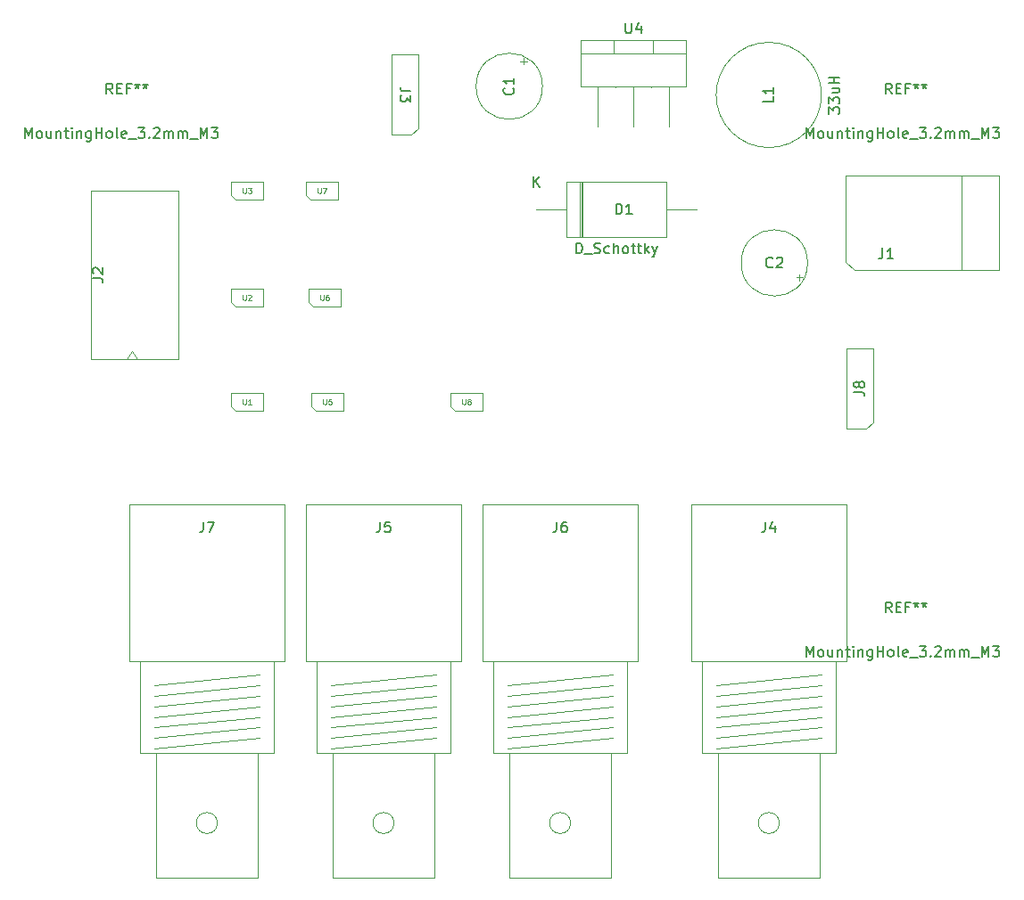
<source format=gbr>
G04 #@! TF.GenerationSoftware,KiCad,Pcbnew,5.0.2-bee76a0~70~ubuntu18.04.1*
G04 #@! TF.CreationDate,2019-01-20T23:04:17+00:00*
G04 #@! TF.ProjectId,Lcr_addon,4c63725f-6164-4646-9f6e-2e6b69636164,rev?*
G04 #@! TF.SameCoordinates,Original*
G04 #@! TF.FileFunction,Other,Fab,Top*
%FSLAX46Y46*%
G04 Gerber Fmt 4.6, Leading zero omitted, Abs format (unit mm)*
G04 Created by KiCad (PCBNEW 5.0.2-bee76a0~70~ubuntu18.04.1) date Sun 20 Jan 2019 23:04:17 GMT*
%MOMM*%
%LPD*%
G01*
G04 APERTURE LIST*
%ADD10C,0.100000*%
%ADD11C,0.150000*%
%ADD12C,0.075000*%
G04 APERTURE END LIST*
D10*
G04 #@! TO.C,U4*
X85776000Y-52252000D02*
X85776000Y-56652000D01*
X85776000Y-56652000D02*
X95776000Y-56652000D01*
X95776000Y-56652000D02*
X95776000Y-52252000D01*
X95776000Y-52252000D02*
X85776000Y-52252000D01*
X85776000Y-53522000D02*
X95776000Y-53522000D01*
X88926000Y-52252000D02*
X88926000Y-53522000D01*
X92626000Y-52252000D02*
X92626000Y-53522000D01*
X87376000Y-56652000D02*
X87376000Y-60452000D01*
X89076000Y-56652000D02*
X89076000Y-56752000D01*
X90776000Y-56652000D02*
X90776000Y-60452000D01*
X92476000Y-56652000D02*
X92476000Y-56752000D01*
X94176000Y-56652000D02*
X94176000Y-60452000D01*
G04 #@! TO.C,U6*
X60368000Y-77533000D02*
X59943000Y-77133000D01*
X59943000Y-75883000D02*
X59943000Y-77133000D01*
X60368000Y-77533000D02*
X62993000Y-77533000D01*
X62993000Y-75883000D02*
X62993000Y-77533000D01*
X59943000Y-75883000D02*
X62993000Y-75883000D01*
G04 #@! TO.C,C1*
X80682500Y-54243028D02*
X80052500Y-54243028D01*
X80367500Y-53928028D02*
X80367500Y-54558028D01*
X82144000Y-56622000D02*
G75*
G03X82144000Y-56622000I-3150000J0D01*
G01*
G04 #@! TO.C,C2*
X107310000Y-73406000D02*
G75*
G03X107310000Y-73406000I-3150000J0D01*
G01*
X106853972Y-74779500D02*
X106223972Y-74779500D01*
X106538972Y-75094500D02*
X106538972Y-74464500D01*
G04 #@! TO.C,D1*
X84404000Y-65726000D02*
X84404000Y-70926000D01*
X84404000Y-70926000D02*
X93904000Y-70926000D01*
X93904000Y-70926000D02*
X93904000Y-65726000D01*
X93904000Y-65726000D02*
X84404000Y-65726000D01*
X81534000Y-68326000D02*
X84404000Y-68326000D01*
X96774000Y-68326000D02*
X93904000Y-68326000D01*
X85829000Y-65726000D02*
X85829000Y-70926000D01*
X85929000Y-65726000D02*
X85929000Y-70926000D01*
X85729000Y-65726000D02*
X85729000Y-70926000D01*
G04 #@! TO.C,J1*
X111763213Y-74101425D02*
X110960000Y-73346000D01*
X121960000Y-74096000D02*
X121960000Y-65096000D01*
X125460000Y-74096000D02*
X125460000Y-65096000D01*
X125460000Y-65096000D02*
X110960000Y-65096000D01*
X110960000Y-65096000D02*
X110960000Y-73346000D01*
X111760000Y-74096000D02*
X125460000Y-74096000D01*
G04 #@! TO.C,J2*
X39280000Y-82518000D02*
X47580000Y-82518000D01*
X47580000Y-82518000D02*
X47580000Y-66518000D01*
X47580000Y-66518000D02*
X39280000Y-66518000D01*
X39280000Y-66518000D02*
X39280000Y-82518000D01*
X43680000Y-82518000D02*
X43180000Y-81810893D01*
X43180000Y-81810893D02*
X42680000Y-82518000D01*
G04 #@! TO.C,J3*
X69723000Y-61214000D02*
X67818000Y-61214000D01*
X67818000Y-61214000D02*
X67818000Y-53594000D01*
X67818000Y-53594000D02*
X70358000Y-53594000D01*
X70358000Y-53594000D02*
X70358000Y-60579000D01*
X70358000Y-60579000D02*
X69723000Y-61214000D01*
G04 #@! TO.C,J4*
X108632000Y-112552000D02*
X98632000Y-113552000D01*
X110982000Y-111252000D02*
X110982000Y-96352000D01*
X96282000Y-111252000D02*
X110982000Y-111252000D01*
X96282000Y-96352000D02*
X96282000Y-111252000D01*
X110982000Y-96352000D02*
X96282000Y-96352000D01*
X109982000Y-119952000D02*
X109982000Y-111252000D01*
X97282000Y-119952000D02*
X109982000Y-119952000D01*
X97282000Y-111252000D02*
X97282000Y-119952000D01*
X108432000Y-131852000D02*
X108432000Y-119952000D01*
X98832000Y-131852000D02*
X108432000Y-131852000D01*
X98832000Y-119952000D02*
X98832000Y-131852000D01*
X104632000Y-126622000D02*
G75*
G03X104632000Y-126622000I-1000000J0D01*
G01*
X108632000Y-113552000D02*
X98632000Y-114552000D01*
X108632000Y-114552000D02*
X98632000Y-115552000D01*
X108632000Y-115552000D02*
X98632000Y-116552000D01*
X108632000Y-116552000D02*
X98632000Y-117552000D01*
X108632000Y-117552000D02*
X98632000Y-118552000D01*
X108632000Y-118552000D02*
X98632000Y-119552000D01*
G04 #@! TO.C,J5*
X72056000Y-112552000D02*
X62056000Y-113552000D01*
X74406000Y-111252000D02*
X74406000Y-96352000D01*
X59706000Y-111252000D02*
X74406000Y-111252000D01*
X59706000Y-96352000D02*
X59706000Y-111252000D01*
X74406000Y-96352000D02*
X59706000Y-96352000D01*
X73406000Y-119952000D02*
X73406000Y-111252000D01*
X60706000Y-119952000D02*
X73406000Y-119952000D01*
X60706000Y-111252000D02*
X60706000Y-119952000D01*
X71856000Y-131852000D02*
X71856000Y-119952000D01*
X62256000Y-131852000D02*
X71856000Y-131852000D01*
X62256000Y-119952000D02*
X62256000Y-131852000D01*
X68056000Y-126622000D02*
G75*
G03X68056000Y-126622000I-1000000J0D01*
G01*
X72056000Y-113552000D02*
X62056000Y-114552000D01*
X72056000Y-114552000D02*
X62056000Y-115552000D01*
X72056000Y-115552000D02*
X62056000Y-116552000D01*
X72056000Y-116552000D02*
X62056000Y-117552000D01*
X72056000Y-117552000D02*
X62056000Y-118552000D01*
X72056000Y-118552000D02*
X62056000Y-119552000D01*
G04 #@! TO.C,J6*
X88820000Y-118552000D02*
X78820000Y-119552000D01*
X88820000Y-117552000D02*
X78820000Y-118552000D01*
X88820000Y-116552000D02*
X78820000Y-117552000D01*
X88820000Y-115552000D02*
X78820000Y-116552000D01*
X88820000Y-114552000D02*
X78820000Y-115552000D01*
X88820000Y-113552000D02*
X78820000Y-114552000D01*
X84820000Y-126622000D02*
G75*
G03X84820000Y-126622000I-1000000J0D01*
G01*
X79020000Y-119952000D02*
X79020000Y-131852000D01*
X79020000Y-131852000D02*
X88620000Y-131852000D01*
X88620000Y-131852000D02*
X88620000Y-119952000D01*
X77470000Y-111252000D02*
X77470000Y-119952000D01*
X77470000Y-119952000D02*
X90170000Y-119952000D01*
X90170000Y-119952000D02*
X90170000Y-111252000D01*
X91170000Y-96352000D02*
X76470000Y-96352000D01*
X76470000Y-96352000D02*
X76470000Y-111252000D01*
X76470000Y-111252000D02*
X91170000Y-111252000D01*
X91170000Y-111252000D02*
X91170000Y-96352000D01*
X88820000Y-112552000D02*
X78820000Y-113552000D01*
G04 #@! TO.C,J7*
X55292000Y-118552000D02*
X45292000Y-119552000D01*
X55292000Y-117552000D02*
X45292000Y-118552000D01*
X55292000Y-116552000D02*
X45292000Y-117552000D01*
X55292000Y-115552000D02*
X45292000Y-116552000D01*
X55292000Y-114552000D02*
X45292000Y-115552000D01*
X55292000Y-113552000D02*
X45292000Y-114552000D01*
X51292000Y-126622000D02*
G75*
G03X51292000Y-126622000I-1000000J0D01*
G01*
X45492000Y-119952000D02*
X45492000Y-131852000D01*
X45492000Y-131852000D02*
X55092000Y-131852000D01*
X55092000Y-131852000D02*
X55092000Y-119952000D01*
X43942000Y-111252000D02*
X43942000Y-119952000D01*
X43942000Y-119952000D02*
X56642000Y-119952000D01*
X56642000Y-119952000D02*
X56642000Y-111252000D01*
X57642000Y-96352000D02*
X42942000Y-96352000D01*
X42942000Y-96352000D02*
X42942000Y-111252000D01*
X42942000Y-111252000D02*
X57642000Y-111252000D01*
X57642000Y-111252000D02*
X57642000Y-96352000D01*
X55292000Y-112552000D02*
X45292000Y-113552000D01*
G04 #@! TO.C,L1*
X108632000Y-57444000D02*
G75*
G03X108632000Y-57444000I-5000000J0D01*
G01*
G04 #@! TO.C,U1*
X53002000Y-87439000D02*
X52577000Y-87039000D01*
X52577000Y-85789000D02*
X52577000Y-87039000D01*
X53002000Y-87439000D02*
X55627000Y-87439000D01*
X55627000Y-85789000D02*
X55627000Y-87439000D01*
X52577000Y-85789000D02*
X55627000Y-85789000D01*
G04 #@! TO.C,U2*
X52577000Y-75883000D02*
X55627000Y-75883000D01*
X55627000Y-75883000D02*
X55627000Y-77533000D01*
X53002000Y-77533000D02*
X55627000Y-77533000D01*
X52577000Y-75883000D02*
X52577000Y-77133000D01*
X53002000Y-77533000D02*
X52577000Y-77133000D01*
G04 #@! TO.C,U3*
X53002000Y-67373000D02*
X52577000Y-66973000D01*
X52577000Y-65723000D02*
X52577000Y-66973000D01*
X53002000Y-67373000D02*
X55627000Y-67373000D01*
X55627000Y-65723000D02*
X55627000Y-67373000D01*
X52577000Y-65723000D02*
X55627000Y-65723000D01*
G04 #@! TO.C,U5*
X60197000Y-85789000D02*
X63247000Y-85789000D01*
X63247000Y-85789000D02*
X63247000Y-87439000D01*
X60622000Y-87439000D02*
X63247000Y-87439000D01*
X60197000Y-85789000D02*
X60197000Y-87039000D01*
X60622000Y-87439000D02*
X60197000Y-87039000D01*
G04 #@! TO.C,U7*
X59689000Y-65723000D02*
X62739000Y-65723000D01*
X62739000Y-65723000D02*
X62739000Y-67373000D01*
X60114000Y-67373000D02*
X62739000Y-67373000D01*
X59689000Y-65723000D02*
X59689000Y-66973000D01*
X60114000Y-67373000D02*
X59689000Y-66973000D01*
G04 #@! TO.C,U8*
X73830000Y-87439000D02*
X73405000Y-87039000D01*
X73405000Y-85789000D02*
X73405000Y-87039000D01*
X73830000Y-87439000D02*
X76455000Y-87439000D01*
X76455000Y-85789000D02*
X76455000Y-87439000D01*
X73405000Y-85789000D02*
X76455000Y-85789000D01*
G04 #@! TO.C,J8*
X112903000Y-89154000D02*
X110998000Y-89154000D01*
X110998000Y-89154000D02*
X110998000Y-81534000D01*
X110998000Y-81534000D02*
X113538000Y-81534000D01*
X113538000Y-81534000D02*
X113538000Y-88519000D01*
X113538000Y-88519000D02*
X112903000Y-89154000D01*
G04 #@! TD*
G04 #@! TO.C,U4*
D11*
X90014095Y-50584380D02*
X90014095Y-51393904D01*
X90061714Y-51489142D01*
X90109333Y-51536761D01*
X90204571Y-51584380D01*
X90395047Y-51584380D01*
X90490285Y-51536761D01*
X90537904Y-51489142D01*
X90585523Y-51393904D01*
X90585523Y-50584380D01*
X91490285Y-50917714D02*
X91490285Y-51584380D01*
X91252190Y-50536761D02*
X91014095Y-51251047D01*
X91633142Y-51251047D01*
G04 #@! TO.C,U6*
D12*
X61087047Y-76434190D02*
X61087047Y-76838952D01*
X61110857Y-76886571D01*
X61134666Y-76910380D01*
X61182285Y-76934190D01*
X61277523Y-76934190D01*
X61325142Y-76910380D01*
X61348952Y-76886571D01*
X61372761Y-76838952D01*
X61372761Y-76434190D01*
X61825142Y-76434190D02*
X61729904Y-76434190D01*
X61682285Y-76458000D01*
X61658476Y-76481809D01*
X61610857Y-76553238D01*
X61587047Y-76648476D01*
X61587047Y-76838952D01*
X61610857Y-76886571D01*
X61634666Y-76910380D01*
X61682285Y-76934190D01*
X61777523Y-76934190D01*
X61825142Y-76910380D01*
X61848952Y-76886571D01*
X61872761Y-76838952D01*
X61872761Y-76719904D01*
X61848952Y-76672285D01*
X61825142Y-76648476D01*
X61777523Y-76624666D01*
X61682285Y-76624666D01*
X61634666Y-76648476D01*
X61610857Y-76672285D01*
X61587047Y-76719904D01*
G04 #@! TO.C,REF\002A\002A*
D11*
X33044952Y-61548380D02*
X33044952Y-60548380D01*
X33378285Y-61262666D01*
X33711619Y-60548380D01*
X33711619Y-61548380D01*
X34330666Y-61548380D02*
X34235428Y-61500761D01*
X34187809Y-61453142D01*
X34140190Y-61357904D01*
X34140190Y-61072190D01*
X34187809Y-60976952D01*
X34235428Y-60929333D01*
X34330666Y-60881714D01*
X34473523Y-60881714D01*
X34568761Y-60929333D01*
X34616380Y-60976952D01*
X34664000Y-61072190D01*
X34664000Y-61357904D01*
X34616380Y-61453142D01*
X34568761Y-61500761D01*
X34473523Y-61548380D01*
X34330666Y-61548380D01*
X35521142Y-60881714D02*
X35521142Y-61548380D01*
X35092571Y-60881714D02*
X35092571Y-61405523D01*
X35140190Y-61500761D01*
X35235428Y-61548380D01*
X35378285Y-61548380D01*
X35473523Y-61500761D01*
X35521142Y-61453142D01*
X35997333Y-60881714D02*
X35997333Y-61548380D01*
X35997333Y-60976952D02*
X36044952Y-60929333D01*
X36140190Y-60881714D01*
X36283047Y-60881714D01*
X36378285Y-60929333D01*
X36425904Y-61024571D01*
X36425904Y-61548380D01*
X36759238Y-60881714D02*
X37140190Y-60881714D01*
X36902095Y-60548380D02*
X36902095Y-61405523D01*
X36949714Y-61500761D01*
X37044952Y-61548380D01*
X37140190Y-61548380D01*
X37473523Y-61548380D02*
X37473523Y-60881714D01*
X37473523Y-60548380D02*
X37425904Y-60596000D01*
X37473523Y-60643619D01*
X37521142Y-60596000D01*
X37473523Y-60548380D01*
X37473523Y-60643619D01*
X37949714Y-60881714D02*
X37949714Y-61548380D01*
X37949714Y-60976952D02*
X37997333Y-60929333D01*
X38092571Y-60881714D01*
X38235428Y-60881714D01*
X38330666Y-60929333D01*
X38378285Y-61024571D01*
X38378285Y-61548380D01*
X39283047Y-60881714D02*
X39283047Y-61691238D01*
X39235428Y-61786476D01*
X39187809Y-61834095D01*
X39092571Y-61881714D01*
X38949714Y-61881714D01*
X38854476Y-61834095D01*
X39283047Y-61500761D02*
X39187809Y-61548380D01*
X38997333Y-61548380D01*
X38902095Y-61500761D01*
X38854476Y-61453142D01*
X38806857Y-61357904D01*
X38806857Y-61072190D01*
X38854476Y-60976952D01*
X38902095Y-60929333D01*
X38997333Y-60881714D01*
X39187809Y-60881714D01*
X39283047Y-60929333D01*
X39759238Y-61548380D02*
X39759238Y-60548380D01*
X39759238Y-61024571D02*
X40330666Y-61024571D01*
X40330666Y-61548380D02*
X40330666Y-60548380D01*
X40949714Y-61548380D02*
X40854476Y-61500761D01*
X40806857Y-61453142D01*
X40759238Y-61357904D01*
X40759238Y-61072190D01*
X40806857Y-60976952D01*
X40854476Y-60929333D01*
X40949714Y-60881714D01*
X41092571Y-60881714D01*
X41187809Y-60929333D01*
X41235428Y-60976952D01*
X41283047Y-61072190D01*
X41283047Y-61357904D01*
X41235428Y-61453142D01*
X41187809Y-61500761D01*
X41092571Y-61548380D01*
X40949714Y-61548380D01*
X41854476Y-61548380D02*
X41759238Y-61500761D01*
X41711619Y-61405523D01*
X41711619Y-60548380D01*
X42616380Y-61500761D02*
X42521142Y-61548380D01*
X42330666Y-61548380D01*
X42235428Y-61500761D01*
X42187809Y-61405523D01*
X42187809Y-61024571D01*
X42235428Y-60929333D01*
X42330666Y-60881714D01*
X42521142Y-60881714D01*
X42616380Y-60929333D01*
X42664000Y-61024571D01*
X42664000Y-61119809D01*
X42187809Y-61215047D01*
X42854476Y-61643619D02*
X43616380Y-61643619D01*
X43759238Y-60548380D02*
X44378285Y-60548380D01*
X44044952Y-60929333D01*
X44187809Y-60929333D01*
X44283047Y-60976952D01*
X44330666Y-61024571D01*
X44378285Y-61119809D01*
X44378285Y-61357904D01*
X44330666Y-61453142D01*
X44283047Y-61500761D01*
X44187809Y-61548380D01*
X43902095Y-61548380D01*
X43806857Y-61500761D01*
X43759238Y-61453142D01*
X44806857Y-61453142D02*
X44854476Y-61500761D01*
X44806857Y-61548380D01*
X44759238Y-61500761D01*
X44806857Y-61453142D01*
X44806857Y-61548380D01*
X45235428Y-60643619D02*
X45283047Y-60596000D01*
X45378285Y-60548380D01*
X45616380Y-60548380D01*
X45711619Y-60596000D01*
X45759238Y-60643619D01*
X45806857Y-60738857D01*
X45806857Y-60834095D01*
X45759238Y-60976952D01*
X45187809Y-61548380D01*
X45806857Y-61548380D01*
X46235428Y-61548380D02*
X46235428Y-60881714D01*
X46235428Y-60976952D02*
X46283047Y-60929333D01*
X46378285Y-60881714D01*
X46521142Y-60881714D01*
X46616380Y-60929333D01*
X46663999Y-61024571D01*
X46663999Y-61548380D01*
X46663999Y-61024571D02*
X46711619Y-60929333D01*
X46806857Y-60881714D01*
X46949714Y-60881714D01*
X47044952Y-60929333D01*
X47092571Y-61024571D01*
X47092571Y-61548380D01*
X47568761Y-61548380D02*
X47568761Y-60881714D01*
X47568761Y-60976952D02*
X47616380Y-60929333D01*
X47711619Y-60881714D01*
X47854476Y-60881714D01*
X47949714Y-60929333D01*
X47997333Y-61024571D01*
X47997333Y-61548380D01*
X47997333Y-61024571D02*
X48044952Y-60929333D01*
X48140190Y-60881714D01*
X48283047Y-60881714D01*
X48378285Y-60929333D01*
X48425904Y-61024571D01*
X48425904Y-61548380D01*
X48663999Y-61643619D02*
X49425904Y-61643619D01*
X49663999Y-61548380D02*
X49663999Y-60548380D01*
X49997333Y-61262666D01*
X50330666Y-60548380D01*
X50330666Y-61548380D01*
X50711619Y-60548380D02*
X51330666Y-60548380D01*
X50997333Y-60929333D01*
X51140190Y-60929333D01*
X51235428Y-60976952D01*
X51283047Y-61024571D01*
X51330666Y-61119809D01*
X51330666Y-61357904D01*
X51283047Y-61453142D01*
X51235428Y-61500761D01*
X51140190Y-61548380D01*
X50854476Y-61548380D01*
X50759238Y-61500761D01*
X50711619Y-61453142D01*
X41338666Y-57348380D02*
X41005333Y-56872190D01*
X40767238Y-57348380D02*
X40767238Y-56348380D01*
X41148190Y-56348380D01*
X41243428Y-56396000D01*
X41291047Y-56443619D01*
X41338666Y-56538857D01*
X41338666Y-56681714D01*
X41291047Y-56776952D01*
X41243428Y-56824571D01*
X41148190Y-56872190D01*
X40767238Y-56872190D01*
X41767238Y-56824571D02*
X42100571Y-56824571D01*
X42243428Y-57348380D02*
X41767238Y-57348380D01*
X41767238Y-56348380D01*
X42243428Y-56348380D01*
X43005333Y-56824571D02*
X42672000Y-56824571D01*
X42672000Y-57348380D02*
X42672000Y-56348380D01*
X43148190Y-56348380D01*
X43672000Y-56348380D02*
X43672000Y-56586476D01*
X43433904Y-56491238D02*
X43672000Y-56586476D01*
X43910095Y-56491238D01*
X43529142Y-56776952D02*
X43672000Y-56586476D01*
X43814857Y-56776952D01*
X44433904Y-56348380D02*
X44433904Y-56586476D01*
X44195809Y-56491238D02*
X44433904Y-56586476D01*
X44672000Y-56491238D01*
X44291047Y-56776952D02*
X44433904Y-56586476D01*
X44576761Y-56776952D01*
X107212952Y-61548380D02*
X107212952Y-60548380D01*
X107546285Y-61262666D01*
X107879619Y-60548380D01*
X107879619Y-61548380D01*
X108498666Y-61548380D02*
X108403428Y-61500761D01*
X108355809Y-61453142D01*
X108308190Y-61357904D01*
X108308190Y-61072190D01*
X108355809Y-60976952D01*
X108403428Y-60929333D01*
X108498666Y-60881714D01*
X108641523Y-60881714D01*
X108736761Y-60929333D01*
X108784380Y-60976952D01*
X108831999Y-61072190D01*
X108831999Y-61357904D01*
X108784380Y-61453142D01*
X108736761Y-61500761D01*
X108641523Y-61548380D01*
X108498666Y-61548380D01*
X109689142Y-60881714D02*
X109689142Y-61548380D01*
X109260571Y-60881714D02*
X109260571Y-61405523D01*
X109308190Y-61500761D01*
X109403428Y-61548380D01*
X109546285Y-61548380D01*
X109641523Y-61500761D01*
X109689142Y-61453142D01*
X110165333Y-60881714D02*
X110165333Y-61548380D01*
X110165333Y-60976952D02*
X110212952Y-60929333D01*
X110308190Y-60881714D01*
X110451047Y-60881714D01*
X110546285Y-60929333D01*
X110593904Y-61024571D01*
X110593904Y-61548380D01*
X110927238Y-60881714D02*
X111308190Y-60881714D01*
X111070095Y-60548380D02*
X111070095Y-61405523D01*
X111117714Y-61500761D01*
X111212952Y-61548380D01*
X111308190Y-61548380D01*
X111641523Y-61548380D02*
X111641523Y-60881714D01*
X111641523Y-60548380D02*
X111593904Y-60596000D01*
X111641523Y-60643619D01*
X111689142Y-60596000D01*
X111641523Y-60548380D01*
X111641523Y-60643619D01*
X112117714Y-60881714D02*
X112117714Y-61548380D01*
X112117714Y-60976952D02*
X112165333Y-60929333D01*
X112260571Y-60881714D01*
X112403428Y-60881714D01*
X112498666Y-60929333D01*
X112546285Y-61024571D01*
X112546285Y-61548380D01*
X113451047Y-60881714D02*
X113451047Y-61691238D01*
X113403428Y-61786476D01*
X113355809Y-61834095D01*
X113260571Y-61881714D01*
X113117714Y-61881714D01*
X113022476Y-61834095D01*
X113451047Y-61500761D02*
X113355809Y-61548380D01*
X113165333Y-61548380D01*
X113070095Y-61500761D01*
X113022476Y-61453142D01*
X112974857Y-61357904D01*
X112974857Y-61072190D01*
X113022476Y-60976952D01*
X113070095Y-60929333D01*
X113165333Y-60881714D01*
X113355809Y-60881714D01*
X113451047Y-60929333D01*
X113927238Y-61548380D02*
X113927238Y-60548380D01*
X113927238Y-61024571D02*
X114498666Y-61024571D01*
X114498666Y-61548380D02*
X114498666Y-60548380D01*
X115117714Y-61548380D02*
X115022476Y-61500761D01*
X114974857Y-61453142D01*
X114927238Y-61357904D01*
X114927238Y-61072190D01*
X114974857Y-60976952D01*
X115022476Y-60929333D01*
X115117714Y-60881714D01*
X115260571Y-60881714D01*
X115355809Y-60929333D01*
X115403428Y-60976952D01*
X115451047Y-61072190D01*
X115451047Y-61357904D01*
X115403428Y-61453142D01*
X115355809Y-61500761D01*
X115260571Y-61548380D01*
X115117714Y-61548380D01*
X116022476Y-61548380D02*
X115927238Y-61500761D01*
X115879619Y-61405523D01*
X115879619Y-60548380D01*
X116784380Y-61500761D02*
X116689142Y-61548380D01*
X116498666Y-61548380D01*
X116403428Y-61500761D01*
X116355809Y-61405523D01*
X116355809Y-61024571D01*
X116403428Y-60929333D01*
X116498666Y-60881714D01*
X116689142Y-60881714D01*
X116784380Y-60929333D01*
X116831999Y-61024571D01*
X116831999Y-61119809D01*
X116355809Y-61215047D01*
X117022476Y-61643619D02*
X117784380Y-61643619D01*
X117927238Y-60548380D02*
X118546285Y-60548380D01*
X118212952Y-60929333D01*
X118355809Y-60929333D01*
X118451047Y-60976952D01*
X118498666Y-61024571D01*
X118546285Y-61119809D01*
X118546285Y-61357904D01*
X118498666Y-61453142D01*
X118451047Y-61500761D01*
X118355809Y-61548380D01*
X118070095Y-61548380D01*
X117974857Y-61500761D01*
X117927238Y-61453142D01*
X118974857Y-61453142D02*
X119022476Y-61500761D01*
X118974857Y-61548380D01*
X118927238Y-61500761D01*
X118974857Y-61453142D01*
X118974857Y-61548380D01*
X119403428Y-60643619D02*
X119451047Y-60596000D01*
X119546285Y-60548380D01*
X119784380Y-60548380D01*
X119879619Y-60596000D01*
X119927238Y-60643619D01*
X119974857Y-60738857D01*
X119974857Y-60834095D01*
X119927238Y-60976952D01*
X119355809Y-61548380D01*
X119974857Y-61548380D01*
X120403428Y-61548380D02*
X120403428Y-60881714D01*
X120403428Y-60976952D02*
X120451047Y-60929333D01*
X120546285Y-60881714D01*
X120689142Y-60881714D01*
X120784380Y-60929333D01*
X120831999Y-61024571D01*
X120831999Y-61548380D01*
X120831999Y-61024571D02*
X120879619Y-60929333D01*
X120974857Y-60881714D01*
X121117714Y-60881714D01*
X121212952Y-60929333D01*
X121260571Y-61024571D01*
X121260571Y-61548380D01*
X121736761Y-61548380D02*
X121736761Y-60881714D01*
X121736761Y-60976952D02*
X121784380Y-60929333D01*
X121879619Y-60881714D01*
X122022476Y-60881714D01*
X122117714Y-60929333D01*
X122165333Y-61024571D01*
X122165333Y-61548380D01*
X122165333Y-61024571D02*
X122212952Y-60929333D01*
X122308190Y-60881714D01*
X122451047Y-60881714D01*
X122546285Y-60929333D01*
X122593904Y-61024571D01*
X122593904Y-61548380D01*
X122831999Y-61643619D02*
X123593904Y-61643619D01*
X123831999Y-61548380D02*
X123831999Y-60548380D01*
X124165333Y-61262666D01*
X124498666Y-60548380D01*
X124498666Y-61548380D01*
X124879619Y-60548380D02*
X125498666Y-60548380D01*
X125165333Y-60929333D01*
X125308190Y-60929333D01*
X125403428Y-60976952D01*
X125451047Y-61024571D01*
X125498666Y-61119809D01*
X125498666Y-61357904D01*
X125451047Y-61453142D01*
X125403428Y-61500761D01*
X125308190Y-61548380D01*
X125022476Y-61548380D01*
X124927238Y-61500761D01*
X124879619Y-61453142D01*
X115298666Y-57348380D02*
X114965333Y-56872190D01*
X114727238Y-57348380D02*
X114727238Y-56348380D01*
X115108190Y-56348380D01*
X115203428Y-56396000D01*
X115251047Y-56443619D01*
X115298666Y-56538857D01*
X115298666Y-56681714D01*
X115251047Y-56776952D01*
X115203428Y-56824571D01*
X115108190Y-56872190D01*
X114727238Y-56872190D01*
X115727238Y-56824571D02*
X116060571Y-56824571D01*
X116203428Y-57348380D02*
X115727238Y-57348380D01*
X115727238Y-56348380D01*
X116203428Y-56348380D01*
X116965333Y-56824571D02*
X116632000Y-56824571D01*
X116632000Y-57348380D02*
X116632000Y-56348380D01*
X117108190Y-56348380D01*
X117632000Y-56348380D02*
X117632000Y-56586476D01*
X117393904Y-56491238D02*
X117632000Y-56586476D01*
X117870095Y-56491238D01*
X117489142Y-56776952D02*
X117632000Y-56586476D01*
X117774857Y-56776952D01*
X118393904Y-56348380D02*
X118393904Y-56586476D01*
X118155809Y-56491238D02*
X118393904Y-56586476D01*
X118632000Y-56491238D01*
X118251047Y-56776952D02*
X118393904Y-56586476D01*
X118536761Y-56776952D01*
G04 #@! TO.C,C1*
X79351142Y-56788666D02*
X79398761Y-56836285D01*
X79446380Y-56979142D01*
X79446380Y-57074380D01*
X79398761Y-57217238D01*
X79303523Y-57312476D01*
X79208285Y-57360095D01*
X79017809Y-57407714D01*
X78874952Y-57407714D01*
X78684476Y-57360095D01*
X78589238Y-57312476D01*
X78494000Y-57217238D01*
X78446380Y-57074380D01*
X78446380Y-56979142D01*
X78494000Y-56836285D01*
X78541619Y-56788666D01*
X79446380Y-55836285D02*
X79446380Y-56407714D01*
X79446380Y-56122000D02*
X78446380Y-56122000D01*
X78589238Y-56217238D01*
X78684476Y-56312476D01*
X78732095Y-56407714D01*
G04 #@! TO.C,C2*
X103993333Y-73763142D02*
X103945714Y-73810761D01*
X103802857Y-73858380D01*
X103707619Y-73858380D01*
X103564761Y-73810761D01*
X103469523Y-73715523D01*
X103421904Y-73620285D01*
X103374285Y-73429809D01*
X103374285Y-73286952D01*
X103421904Y-73096476D01*
X103469523Y-73001238D01*
X103564761Y-72906000D01*
X103707619Y-72858380D01*
X103802857Y-72858380D01*
X103945714Y-72906000D01*
X103993333Y-72953619D01*
X104374285Y-72953619D02*
X104421904Y-72906000D01*
X104517142Y-72858380D01*
X104755238Y-72858380D01*
X104850476Y-72906000D01*
X104898095Y-72953619D01*
X104945714Y-73048857D01*
X104945714Y-73144095D01*
X104898095Y-73286952D01*
X104326666Y-73858380D01*
X104945714Y-73858380D01*
G04 #@! TO.C,D1*
X85344476Y-72498380D02*
X85344476Y-71498380D01*
X85582571Y-71498380D01*
X85725428Y-71546000D01*
X85820666Y-71641238D01*
X85868285Y-71736476D01*
X85915904Y-71926952D01*
X85915904Y-72069809D01*
X85868285Y-72260285D01*
X85820666Y-72355523D01*
X85725428Y-72450761D01*
X85582571Y-72498380D01*
X85344476Y-72498380D01*
X86106380Y-72593619D02*
X86868285Y-72593619D01*
X87058761Y-72450761D02*
X87201619Y-72498380D01*
X87439714Y-72498380D01*
X87534952Y-72450761D01*
X87582571Y-72403142D01*
X87630190Y-72307904D01*
X87630190Y-72212666D01*
X87582571Y-72117428D01*
X87534952Y-72069809D01*
X87439714Y-72022190D01*
X87249238Y-71974571D01*
X87154000Y-71926952D01*
X87106380Y-71879333D01*
X87058761Y-71784095D01*
X87058761Y-71688857D01*
X87106380Y-71593619D01*
X87154000Y-71546000D01*
X87249238Y-71498380D01*
X87487333Y-71498380D01*
X87630190Y-71546000D01*
X88487333Y-72450761D02*
X88392095Y-72498380D01*
X88201619Y-72498380D01*
X88106380Y-72450761D01*
X88058761Y-72403142D01*
X88011142Y-72307904D01*
X88011142Y-72022190D01*
X88058761Y-71926952D01*
X88106380Y-71879333D01*
X88201619Y-71831714D01*
X88392095Y-71831714D01*
X88487333Y-71879333D01*
X88915904Y-72498380D02*
X88915904Y-71498380D01*
X89344476Y-72498380D02*
X89344476Y-71974571D01*
X89296857Y-71879333D01*
X89201619Y-71831714D01*
X89058761Y-71831714D01*
X88963523Y-71879333D01*
X88915904Y-71926952D01*
X89963523Y-72498380D02*
X89868285Y-72450761D01*
X89820666Y-72403142D01*
X89773047Y-72307904D01*
X89773047Y-72022190D01*
X89820666Y-71926952D01*
X89868285Y-71879333D01*
X89963523Y-71831714D01*
X90106380Y-71831714D01*
X90201619Y-71879333D01*
X90249238Y-71926952D01*
X90296857Y-72022190D01*
X90296857Y-72307904D01*
X90249238Y-72403142D01*
X90201619Y-72450761D01*
X90106380Y-72498380D01*
X89963523Y-72498380D01*
X90582571Y-71831714D02*
X90963523Y-71831714D01*
X90725428Y-71498380D02*
X90725428Y-72355523D01*
X90773047Y-72450761D01*
X90868285Y-72498380D01*
X90963523Y-72498380D01*
X91154000Y-71831714D02*
X91534952Y-71831714D01*
X91296857Y-71498380D02*
X91296857Y-72355523D01*
X91344476Y-72450761D01*
X91439714Y-72498380D01*
X91534952Y-72498380D01*
X91868285Y-72498380D02*
X91868285Y-71498380D01*
X91963523Y-72117428D02*
X92249238Y-72498380D01*
X92249238Y-71831714D02*
X91868285Y-72212666D01*
X92582571Y-71831714D02*
X92820666Y-72498380D01*
X93058761Y-71831714D02*
X92820666Y-72498380D01*
X92725428Y-72736476D01*
X92677809Y-72784095D01*
X92582571Y-72831714D01*
X89128404Y-68778380D02*
X89128404Y-67778380D01*
X89366500Y-67778380D01*
X89509357Y-67826000D01*
X89604595Y-67921238D01*
X89652214Y-68016476D01*
X89699833Y-68206952D01*
X89699833Y-68349809D01*
X89652214Y-68540285D01*
X89604595Y-68635523D01*
X89509357Y-68730761D01*
X89366500Y-68778380D01*
X89128404Y-68778380D01*
X90652214Y-68778380D02*
X90080785Y-68778380D01*
X90366500Y-68778380D02*
X90366500Y-67778380D01*
X90271261Y-67921238D01*
X90176023Y-68016476D01*
X90080785Y-68064095D01*
X81272095Y-66178380D02*
X81272095Y-65178380D01*
X81843523Y-66178380D02*
X81414952Y-65606952D01*
X81843523Y-65178380D02*
X81272095Y-65749809D01*
G04 #@! TO.C,J1*
X114426666Y-71998380D02*
X114426666Y-72712666D01*
X114379047Y-72855523D01*
X114283809Y-72950761D01*
X114140952Y-72998380D01*
X114045714Y-72998380D01*
X115426666Y-72998380D02*
X114855238Y-72998380D01*
X115140952Y-72998380D02*
X115140952Y-71998380D01*
X115045714Y-72141238D01*
X114950476Y-72236476D01*
X114855238Y-72284095D01*
G04 #@! TO.C,J2*
X39432380Y-74851333D02*
X40146666Y-74851333D01*
X40289523Y-74898952D01*
X40384761Y-74994190D01*
X40432380Y-75137047D01*
X40432380Y-75232285D01*
X39527619Y-74422761D02*
X39480000Y-74375142D01*
X39432380Y-74279904D01*
X39432380Y-74041809D01*
X39480000Y-73946571D01*
X39527619Y-73898952D01*
X39622857Y-73851333D01*
X39718095Y-73851333D01*
X39860952Y-73898952D01*
X40432380Y-74470380D01*
X40432380Y-73851333D01*
G04 #@! TO.C,J3*
X69635619Y-57070666D02*
X68921333Y-57070666D01*
X68778476Y-57023047D01*
X68683238Y-56927809D01*
X68635619Y-56784952D01*
X68635619Y-56689714D01*
X69635619Y-57451619D02*
X69635619Y-58070666D01*
X69254666Y-57737333D01*
X69254666Y-57880190D01*
X69207047Y-57975428D01*
X69159428Y-58023047D01*
X69064190Y-58070666D01*
X68826095Y-58070666D01*
X68730857Y-58023047D01*
X68683238Y-57975428D01*
X68635619Y-57880190D01*
X68635619Y-57594476D01*
X68683238Y-57499238D01*
X68730857Y-57451619D01*
G04 #@! TO.C,J4*
X103298666Y-98004380D02*
X103298666Y-98718666D01*
X103251047Y-98861523D01*
X103155809Y-98956761D01*
X103012952Y-99004380D01*
X102917714Y-99004380D01*
X104203428Y-98337714D02*
X104203428Y-99004380D01*
X103965333Y-97956761D02*
X103727238Y-98671047D01*
X104346285Y-98671047D01*
G04 #@! TO.C,J5*
X66722666Y-98004380D02*
X66722666Y-98718666D01*
X66675047Y-98861523D01*
X66579809Y-98956761D01*
X66436952Y-99004380D01*
X66341714Y-99004380D01*
X67675047Y-98004380D02*
X67198857Y-98004380D01*
X67151238Y-98480571D01*
X67198857Y-98432952D01*
X67294095Y-98385333D01*
X67532190Y-98385333D01*
X67627428Y-98432952D01*
X67675047Y-98480571D01*
X67722666Y-98575809D01*
X67722666Y-98813904D01*
X67675047Y-98909142D01*
X67627428Y-98956761D01*
X67532190Y-99004380D01*
X67294095Y-99004380D01*
X67198857Y-98956761D01*
X67151238Y-98909142D01*
G04 #@! TO.C,J6*
X83486666Y-98004380D02*
X83486666Y-98718666D01*
X83439047Y-98861523D01*
X83343809Y-98956761D01*
X83200952Y-99004380D01*
X83105714Y-99004380D01*
X84391428Y-98004380D02*
X84200952Y-98004380D01*
X84105714Y-98052000D01*
X84058095Y-98099619D01*
X83962857Y-98242476D01*
X83915238Y-98432952D01*
X83915238Y-98813904D01*
X83962857Y-98909142D01*
X84010476Y-98956761D01*
X84105714Y-99004380D01*
X84296190Y-99004380D01*
X84391428Y-98956761D01*
X84439047Y-98909142D01*
X84486666Y-98813904D01*
X84486666Y-98575809D01*
X84439047Y-98480571D01*
X84391428Y-98432952D01*
X84296190Y-98385333D01*
X84105714Y-98385333D01*
X84010476Y-98432952D01*
X83962857Y-98480571D01*
X83915238Y-98575809D01*
G04 #@! TO.C,J7*
X49958666Y-98004380D02*
X49958666Y-98718666D01*
X49911047Y-98861523D01*
X49815809Y-98956761D01*
X49672952Y-99004380D01*
X49577714Y-99004380D01*
X50339619Y-98004380D02*
X51006285Y-98004380D01*
X50577714Y-99004380D01*
G04 #@! TO.C,L1*
X109334380Y-59229714D02*
X109334380Y-58610666D01*
X109715333Y-58944000D01*
X109715333Y-58801142D01*
X109762952Y-58705904D01*
X109810571Y-58658285D01*
X109905809Y-58610666D01*
X110143904Y-58610666D01*
X110239142Y-58658285D01*
X110286761Y-58705904D01*
X110334380Y-58801142D01*
X110334380Y-59086857D01*
X110286761Y-59182095D01*
X110239142Y-59229714D01*
X109334380Y-58277333D02*
X109334380Y-57658285D01*
X109715333Y-57991619D01*
X109715333Y-57848761D01*
X109762952Y-57753523D01*
X109810571Y-57705904D01*
X109905809Y-57658285D01*
X110143904Y-57658285D01*
X110239142Y-57705904D01*
X110286761Y-57753523D01*
X110334380Y-57848761D01*
X110334380Y-58134476D01*
X110286761Y-58229714D01*
X110239142Y-58277333D01*
X109667714Y-56801142D02*
X110334380Y-56801142D01*
X109667714Y-57229714D02*
X110191523Y-57229714D01*
X110286761Y-57182095D01*
X110334380Y-57086857D01*
X110334380Y-56944000D01*
X110286761Y-56848761D01*
X110239142Y-56801142D01*
X110334380Y-56324952D02*
X109334380Y-56324952D01*
X109810571Y-56324952D02*
X109810571Y-55753523D01*
X110334380Y-55753523D02*
X109334380Y-55753523D01*
X104084380Y-57610666D02*
X104084380Y-58086857D01*
X103084380Y-58086857D01*
X104084380Y-56753523D02*
X104084380Y-57324952D01*
X104084380Y-57039238D02*
X103084380Y-57039238D01*
X103227238Y-57134476D01*
X103322476Y-57229714D01*
X103370095Y-57324952D01*
G04 #@! TO.C,U1*
D12*
X53721047Y-86340190D02*
X53721047Y-86744952D01*
X53744857Y-86792571D01*
X53768666Y-86816380D01*
X53816285Y-86840190D01*
X53911523Y-86840190D01*
X53959142Y-86816380D01*
X53982952Y-86792571D01*
X54006761Y-86744952D01*
X54006761Y-86340190D01*
X54506761Y-86840190D02*
X54221047Y-86840190D01*
X54363904Y-86840190D02*
X54363904Y-86340190D01*
X54316285Y-86411619D01*
X54268666Y-86459238D01*
X54221047Y-86483047D01*
G04 #@! TO.C,U2*
X53721047Y-76434190D02*
X53721047Y-76838952D01*
X53744857Y-76886571D01*
X53768666Y-76910380D01*
X53816285Y-76934190D01*
X53911523Y-76934190D01*
X53959142Y-76910380D01*
X53982952Y-76886571D01*
X54006761Y-76838952D01*
X54006761Y-76434190D01*
X54221047Y-76481809D02*
X54244857Y-76458000D01*
X54292476Y-76434190D01*
X54411523Y-76434190D01*
X54459142Y-76458000D01*
X54482952Y-76481809D01*
X54506761Y-76529428D01*
X54506761Y-76577047D01*
X54482952Y-76648476D01*
X54197238Y-76934190D01*
X54506761Y-76934190D01*
G04 #@! TO.C,U3*
X53721047Y-66274190D02*
X53721047Y-66678952D01*
X53744857Y-66726571D01*
X53768666Y-66750380D01*
X53816285Y-66774190D01*
X53911523Y-66774190D01*
X53959142Y-66750380D01*
X53982952Y-66726571D01*
X54006761Y-66678952D01*
X54006761Y-66274190D01*
X54197238Y-66274190D02*
X54506761Y-66274190D01*
X54340095Y-66464666D01*
X54411523Y-66464666D01*
X54459142Y-66488476D01*
X54482952Y-66512285D01*
X54506761Y-66559904D01*
X54506761Y-66678952D01*
X54482952Y-66726571D01*
X54459142Y-66750380D01*
X54411523Y-66774190D01*
X54268666Y-66774190D01*
X54221047Y-66750380D01*
X54197238Y-66726571D01*
G04 #@! TO.C,U5*
X61341047Y-86340190D02*
X61341047Y-86744952D01*
X61364857Y-86792571D01*
X61388666Y-86816380D01*
X61436285Y-86840190D01*
X61531523Y-86840190D01*
X61579142Y-86816380D01*
X61602952Y-86792571D01*
X61626761Y-86744952D01*
X61626761Y-86340190D01*
X62102952Y-86340190D02*
X61864857Y-86340190D01*
X61841047Y-86578285D01*
X61864857Y-86554476D01*
X61912476Y-86530666D01*
X62031523Y-86530666D01*
X62079142Y-86554476D01*
X62102952Y-86578285D01*
X62126761Y-86625904D01*
X62126761Y-86744952D01*
X62102952Y-86792571D01*
X62079142Y-86816380D01*
X62031523Y-86840190D01*
X61912476Y-86840190D01*
X61864857Y-86816380D01*
X61841047Y-86792571D01*
G04 #@! TO.C,U7*
X60833047Y-66274190D02*
X60833047Y-66678952D01*
X60856857Y-66726571D01*
X60880666Y-66750380D01*
X60928285Y-66774190D01*
X61023523Y-66774190D01*
X61071142Y-66750380D01*
X61094952Y-66726571D01*
X61118761Y-66678952D01*
X61118761Y-66274190D01*
X61309238Y-66274190D02*
X61642571Y-66274190D01*
X61428285Y-66774190D01*
G04 #@! TO.C,U8*
X74549047Y-86340190D02*
X74549047Y-86744952D01*
X74572857Y-86792571D01*
X74596666Y-86816380D01*
X74644285Y-86840190D01*
X74739523Y-86840190D01*
X74787142Y-86816380D01*
X74810952Y-86792571D01*
X74834761Y-86744952D01*
X74834761Y-86340190D01*
X75144285Y-86554476D02*
X75096666Y-86530666D01*
X75072857Y-86506857D01*
X75049047Y-86459238D01*
X75049047Y-86435428D01*
X75072857Y-86387809D01*
X75096666Y-86364000D01*
X75144285Y-86340190D01*
X75239523Y-86340190D01*
X75287142Y-86364000D01*
X75310952Y-86387809D01*
X75334761Y-86435428D01*
X75334761Y-86459238D01*
X75310952Y-86506857D01*
X75287142Y-86530666D01*
X75239523Y-86554476D01*
X75144285Y-86554476D01*
X75096666Y-86578285D01*
X75072857Y-86602095D01*
X75049047Y-86649714D01*
X75049047Y-86744952D01*
X75072857Y-86792571D01*
X75096666Y-86816380D01*
X75144285Y-86840190D01*
X75239523Y-86840190D01*
X75287142Y-86816380D01*
X75310952Y-86792571D01*
X75334761Y-86744952D01*
X75334761Y-86649714D01*
X75310952Y-86602095D01*
X75287142Y-86578285D01*
X75239523Y-86554476D01*
G04 #@! TO.C,J8*
D11*
X111720380Y-85677333D02*
X112434666Y-85677333D01*
X112577523Y-85724952D01*
X112672761Y-85820190D01*
X112720380Y-85963047D01*
X112720380Y-86058285D01*
X112148952Y-85058285D02*
X112101333Y-85153523D01*
X112053714Y-85201142D01*
X111958476Y-85248761D01*
X111910857Y-85248761D01*
X111815619Y-85201142D01*
X111768000Y-85153523D01*
X111720380Y-85058285D01*
X111720380Y-84867809D01*
X111768000Y-84772571D01*
X111815619Y-84724952D01*
X111910857Y-84677333D01*
X111958476Y-84677333D01*
X112053714Y-84724952D01*
X112101333Y-84772571D01*
X112148952Y-84867809D01*
X112148952Y-85058285D01*
X112196571Y-85153523D01*
X112244190Y-85201142D01*
X112339428Y-85248761D01*
X112529904Y-85248761D01*
X112625142Y-85201142D01*
X112672761Y-85153523D01*
X112720380Y-85058285D01*
X112720380Y-84867809D01*
X112672761Y-84772571D01*
X112625142Y-84724952D01*
X112529904Y-84677333D01*
X112339428Y-84677333D01*
X112244190Y-84724952D01*
X112196571Y-84772571D01*
X112148952Y-84867809D01*
G04 #@! TO.C,REF\002A\002A*
X107212952Y-110824380D02*
X107212952Y-109824380D01*
X107546285Y-110538666D01*
X107879619Y-109824380D01*
X107879619Y-110824380D01*
X108498666Y-110824380D02*
X108403428Y-110776761D01*
X108355809Y-110729142D01*
X108308190Y-110633904D01*
X108308190Y-110348190D01*
X108355809Y-110252952D01*
X108403428Y-110205333D01*
X108498666Y-110157714D01*
X108641523Y-110157714D01*
X108736761Y-110205333D01*
X108784380Y-110252952D01*
X108831999Y-110348190D01*
X108831999Y-110633904D01*
X108784380Y-110729142D01*
X108736761Y-110776761D01*
X108641523Y-110824380D01*
X108498666Y-110824380D01*
X109689142Y-110157714D02*
X109689142Y-110824380D01*
X109260571Y-110157714D02*
X109260571Y-110681523D01*
X109308190Y-110776761D01*
X109403428Y-110824380D01*
X109546285Y-110824380D01*
X109641523Y-110776761D01*
X109689142Y-110729142D01*
X110165333Y-110157714D02*
X110165333Y-110824380D01*
X110165333Y-110252952D02*
X110212952Y-110205333D01*
X110308190Y-110157714D01*
X110451047Y-110157714D01*
X110546285Y-110205333D01*
X110593904Y-110300571D01*
X110593904Y-110824380D01*
X110927238Y-110157714D02*
X111308190Y-110157714D01*
X111070095Y-109824380D02*
X111070095Y-110681523D01*
X111117714Y-110776761D01*
X111212952Y-110824380D01*
X111308190Y-110824380D01*
X111641523Y-110824380D02*
X111641523Y-110157714D01*
X111641523Y-109824380D02*
X111593904Y-109872000D01*
X111641523Y-109919619D01*
X111689142Y-109872000D01*
X111641523Y-109824380D01*
X111641523Y-109919619D01*
X112117714Y-110157714D02*
X112117714Y-110824380D01*
X112117714Y-110252952D02*
X112165333Y-110205333D01*
X112260571Y-110157714D01*
X112403428Y-110157714D01*
X112498666Y-110205333D01*
X112546285Y-110300571D01*
X112546285Y-110824380D01*
X113451047Y-110157714D02*
X113451047Y-110967238D01*
X113403428Y-111062476D01*
X113355809Y-111110095D01*
X113260571Y-111157714D01*
X113117714Y-111157714D01*
X113022476Y-111110095D01*
X113451047Y-110776761D02*
X113355809Y-110824380D01*
X113165333Y-110824380D01*
X113070095Y-110776761D01*
X113022476Y-110729142D01*
X112974857Y-110633904D01*
X112974857Y-110348190D01*
X113022476Y-110252952D01*
X113070095Y-110205333D01*
X113165333Y-110157714D01*
X113355809Y-110157714D01*
X113451047Y-110205333D01*
X113927238Y-110824380D02*
X113927238Y-109824380D01*
X113927238Y-110300571D02*
X114498666Y-110300571D01*
X114498666Y-110824380D02*
X114498666Y-109824380D01*
X115117714Y-110824380D02*
X115022476Y-110776761D01*
X114974857Y-110729142D01*
X114927238Y-110633904D01*
X114927238Y-110348190D01*
X114974857Y-110252952D01*
X115022476Y-110205333D01*
X115117714Y-110157714D01*
X115260571Y-110157714D01*
X115355809Y-110205333D01*
X115403428Y-110252952D01*
X115451047Y-110348190D01*
X115451047Y-110633904D01*
X115403428Y-110729142D01*
X115355809Y-110776761D01*
X115260571Y-110824380D01*
X115117714Y-110824380D01*
X116022476Y-110824380D02*
X115927238Y-110776761D01*
X115879619Y-110681523D01*
X115879619Y-109824380D01*
X116784380Y-110776761D02*
X116689142Y-110824380D01*
X116498666Y-110824380D01*
X116403428Y-110776761D01*
X116355809Y-110681523D01*
X116355809Y-110300571D01*
X116403428Y-110205333D01*
X116498666Y-110157714D01*
X116689142Y-110157714D01*
X116784380Y-110205333D01*
X116831999Y-110300571D01*
X116831999Y-110395809D01*
X116355809Y-110491047D01*
X117022476Y-110919619D02*
X117784380Y-110919619D01*
X117927238Y-109824380D02*
X118546285Y-109824380D01*
X118212952Y-110205333D01*
X118355809Y-110205333D01*
X118451047Y-110252952D01*
X118498666Y-110300571D01*
X118546285Y-110395809D01*
X118546285Y-110633904D01*
X118498666Y-110729142D01*
X118451047Y-110776761D01*
X118355809Y-110824380D01*
X118070095Y-110824380D01*
X117974857Y-110776761D01*
X117927238Y-110729142D01*
X118974857Y-110729142D02*
X119022476Y-110776761D01*
X118974857Y-110824380D01*
X118927238Y-110776761D01*
X118974857Y-110729142D01*
X118974857Y-110824380D01*
X119403428Y-109919619D02*
X119451047Y-109872000D01*
X119546285Y-109824380D01*
X119784380Y-109824380D01*
X119879619Y-109872000D01*
X119927238Y-109919619D01*
X119974857Y-110014857D01*
X119974857Y-110110095D01*
X119927238Y-110252952D01*
X119355809Y-110824380D01*
X119974857Y-110824380D01*
X120403428Y-110824380D02*
X120403428Y-110157714D01*
X120403428Y-110252952D02*
X120451047Y-110205333D01*
X120546285Y-110157714D01*
X120689142Y-110157714D01*
X120784380Y-110205333D01*
X120831999Y-110300571D01*
X120831999Y-110824380D01*
X120831999Y-110300571D02*
X120879619Y-110205333D01*
X120974857Y-110157714D01*
X121117714Y-110157714D01*
X121212952Y-110205333D01*
X121260571Y-110300571D01*
X121260571Y-110824380D01*
X121736761Y-110824380D02*
X121736761Y-110157714D01*
X121736761Y-110252952D02*
X121784380Y-110205333D01*
X121879619Y-110157714D01*
X122022476Y-110157714D01*
X122117714Y-110205333D01*
X122165333Y-110300571D01*
X122165333Y-110824380D01*
X122165333Y-110300571D02*
X122212952Y-110205333D01*
X122308190Y-110157714D01*
X122451047Y-110157714D01*
X122546285Y-110205333D01*
X122593904Y-110300571D01*
X122593904Y-110824380D01*
X122831999Y-110919619D02*
X123593904Y-110919619D01*
X123831999Y-110824380D02*
X123831999Y-109824380D01*
X124165333Y-110538666D01*
X124498666Y-109824380D01*
X124498666Y-110824380D01*
X124879619Y-109824380D02*
X125498666Y-109824380D01*
X125165333Y-110205333D01*
X125308190Y-110205333D01*
X125403428Y-110252952D01*
X125451047Y-110300571D01*
X125498666Y-110395809D01*
X125498666Y-110633904D01*
X125451047Y-110729142D01*
X125403428Y-110776761D01*
X125308190Y-110824380D01*
X125022476Y-110824380D01*
X124927238Y-110776761D01*
X124879619Y-110729142D01*
X115298666Y-106624380D02*
X114965333Y-106148190D01*
X114727238Y-106624380D02*
X114727238Y-105624380D01*
X115108190Y-105624380D01*
X115203428Y-105672000D01*
X115251047Y-105719619D01*
X115298666Y-105814857D01*
X115298666Y-105957714D01*
X115251047Y-106052952D01*
X115203428Y-106100571D01*
X115108190Y-106148190D01*
X114727238Y-106148190D01*
X115727238Y-106100571D02*
X116060571Y-106100571D01*
X116203428Y-106624380D02*
X115727238Y-106624380D01*
X115727238Y-105624380D01*
X116203428Y-105624380D01*
X116965333Y-106100571D02*
X116632000Y-106100571D01*
X116632000Y-106624380D02*
X116632000Y-105624380D01*
X117108190Y-105624380D01*
X117632000Y-105624380D02*
X117632000Y-105862476D01*
X117393904Y-105767238D02*
X117632000Y-105862476D01*
X117870095Y-105767238D01*
X117489142Y-106052952D02*
X117632000Y-105862476D01*
X117774857Y-106052952D01*
X118393904Y-105624380D02*
X118393904Y-105862476D01*
X118155809Y-105767238D02*
X118393904Y-105862476D01*
X118632000Y-105767238D01*
X118251047Y-106052952D02*
X118393904Y-105862476D01*
X118536761Y-106052952D01*
G04 #@! TD*
M02*

</source>
